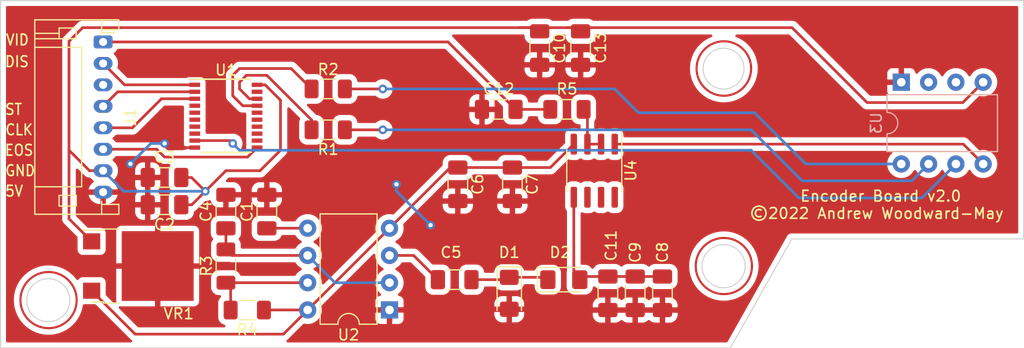
<source format=kicad_pcb>
(kicad_pcb (version 20211014) (generator pcbnew)
  (layers (0 "F.Cu" signal) (31 "B.Cu" signal) (34 "B.Paste" user) (35 "F.Paste" user) (36 "B.SilkS" user "B.Silkscreen") (37 "F.SilkS" user "F.Silkscreen") (38 "B.Mask" user) (39 "F.Mask" user) (44 "Edge.Cuts" user))
  (net 0 "")
  (net 1 "Net-(C1-Pad1)")
  (net 2 "GND")
  (net 3 "+5V")
  (net 4 "Net-(C4-Pad1)")
  (net 5 "Net-(C5-Pad1)")
  (net 6 "Net-(D1-Pad1)")
  (net 7 "+6V")
  (net 8 "-6V")
  (net 9 "MC_PIN_VIDEO")
  (net 11 "MC_PIN_Disable")
  (net 12 "MC_PIN_CLK")
  (net 13 "MC_PIN_ST")
  (net 14 "MC_PIN_EOS")
  (net 15 "Net-(R1-Pad1)")
  (net 16 "Net-(R2-Pad2)")
  (net 17 "Net-(R3-Pad1)")
  (net 18 "Net-(R5-Pad1)")
  (net 24 "Net-(U1-Pad9)")
  (net 33 "Net-(U3-Pad5)")
  (net 34 "Net-(U1-Pad17)")
  (net 35 "Net-(U1-Pad18)")
  (footprint "Capacitor_SMD:C_1206_3216Metric_Pad1.33x1.80mm_HandSolder" (layer "F.Cu") (at 36.068 35.0135 90)
    (fp_text reference "C4" (at 0 -1.85 90) (layer "F.SilkS"))
    (fp_text value "300nF")
    (fp_line (start -0.711252 0.91) (end 0.711252 0.91) (layer "F.SilkS") (width 0.12))
    (fp_line (start -0.711252 -0.91) (end 0.711252 -0.91) (layer "F.SilkS") (width 0.12))
    (pad "1" smd roundrect (at -1.5625 0 90) (size 1.325 1.8) (layers "F.Cu" "F.Paste" "F.Mask") (roundrect_rratio 0.1886792453) (net 4 "Net-(C4-Pad1)"))
    (pad "2" smd roundrect (at 1.5625 0 90) (size 1.325 1.8) (layers "F.Cu" "F.Paste" "F.Mask") (roundrect_rratio 0.1886792453) (net 2 "GND"))
  )
  (footprint "Capacitor_SMD:C_1206_3216Metric_Pad1.33x1.80mm_HandSolder" (layer "F.Cu") (at 61.468 25.4885 180)
    (fp_text reference "C12" (at 0 1.905) (layer "F.SilkS"))
    (fp_text value "22pF")
    (fp_line (start -0.711252 0.91) (end 0.711252 0.91) (layer "F.SilkS") (width 0.12))
    (fp_line (start -0.711252 -0.91) (end 0.711252 -0.91) (layer "F.SilkS") (width 0.12))
    (pad "1" smd roundrect (at -1.5625 0 180) (size 1.325 1.8) (layers "F.Cu" "F.Paste" "F.Mask") (roundrect_rratio 0.1886792453) (net 9 "MC_PIN_VIDEO"))
    (pad "2" smd roundrect (at 1.5625 0 180) (size 1.325 1.8) (layers "F.Cu" "F.Paste" "F.Mask") (roundrect_rratio 0.1886792453) (net 2 "GND"))
  )
  (footprint "Package_TO_SOT_SMD:ATPAK-2" (layer "F.Cu") (at 27.918 40.0935)
    (fp_text reference "VR1" (at 3.76 4.445) (layer "F.SilkS"))
    (fp_text value "TA58L06F")
    (fp_line (start -3.25 3.35) (end -4.35 3.35) (layer "F.SilkS") (width 0.12))
    (fp_line (start -1.75 3.45) (end -3.25 3.45) (layer "F.SilkS") (width 0.12))
    (fp_line (start -3.25 -3.45) (end -3.25 -3.35) (layer "F.SilkS") (width 0.12))
    (fp_line (start -3.25 -3.35) (end -5.15 -3.35) (layer "F.SilkS") (width 0.12))
    (fp_line (start -1.75 -3.45) (end -3.25 -3.45) (layer "F.SilkS") (width 0.12))
    (fp_line (start -3.25 3.45) (end -3.25 3.35) (layer "F.SilkS") (width 0.12))
    (pad "1" smd rect (at -4.35 -2.3) (size 1.6 1.5) (layers "F.Cu" "F.Paste" "F.Mask") (net 3 "+5V"))
    (pad "2" smd rect (at 1.8 0) (size 6.7 6.5) (layers "F.Cu" "F.Mask") (net 2 "GND"))
    (pad "3" smd rect (at -4.35 2.3) (size 1.6 1.5) (layers "F.Cu" "F.Paste" "F.Mask") (net 7 "+6V"))
  )
  (footprint "Resistor_SMD:R_1206_3216Metric_Pad1.30x1.75mm_HandSolder" (layer "F.Cu") (at 45.593 23.5835)
    (fp_text reference "R2" (at 0 -1.82) (layer "F.SilkS"))
    (fp_text value "82R")
    (fp_line (start -0.727064 0.91) (end 0.727064 0.91) (layer "F.SilkS") (width 0.12))
    (fp_line (start -0.727064 -0.91) (end 0.727064 -0.91) (layer "F.SilkS") (width 0.12))
    (pad "1" smd roundrect (at -1.55 0) (size 1.3 1.75) (layers "F.Cu" "F.Paste" "F.Mask") (roundrect_rratio 0.1923076923) (net 34 "Net-(U1-Pad17)"))
    (pad "2" smd roundrect (at 1.55 0) (size 1.3 1.75) (layers "F.Cu" "F.Paste" "F.Mask") (roundrect_rratio 0.1923076923) (net 16 "Net-(R2-Pad2)"))
  )
  (footprint "Capacitor_SMD:C_1206_3216Metric_Pad1.33x1.80mm_HandSolder" (layer "F.Cu") (at 57.658 32.4735 -90)
    (fp_text reference "C6" (at 0 -1.85 90) (layer "F.SilkS"))
    (fp_text value "0.1μF")
    (fp_line (start -0.711252 0.91) (end 0.711252 0.91) (layer "F.SilkS") (width 0.12))
    (fp_line (start -0.711252 -0.91) (end 0.711252 -0.91) (layer "F.SilkS") (width 0.12))
    (pad "1" smd roundrect (at -1.5625 0 270) (size 1.325 1.8) (layers "F.Cu" "F.Paste" "F.Mask") (roundrect_rratio 0.1886792453) (net 7 "+6V"))
    (pad "2" smd roundrect (at 1.5625 0 270) (size 1.325 1.8) (layers "F.Cu" "F.Paste" "F.Mask") (roundrect_rratio 0.1886792453) (net 2 "GND"))
  )
  (footprint "Capacitor_SMD:C_1206_3216Metric_Pad1.33x1.80mm_HandSolder" (layer "F.Cu") (at 65.278 19.7735 -90)
    (fp_text reference "C10" (at 0 -1.85 90) (layer "F.SilkS"))
    (fp_text value "22μF")
    (fp_line (start -0.711252 0.91) (end 0.711252 0.91) (layer "F.SilkS") (width 0.12))
    (fp_line (start -0.711252 -0.91) (end 0.711252 -0.91) (layer "F.SilkS") (width 0.12))
    (pad "1" smd roundrect (at -1.5625 0 270) (size 1.325 1.8) (layers "F.Cu" "F.Paste" "F.Mask") (roundrect_rratio 0.1886792453) (net 3 "+5V"))
    (pad "2" smd roundrect (at 1.5625 0 270) (size 1.325 1.8) (layers "F.Cu" "F.Paste" "F.Mask") (roundrect_rratio 0.1886792453) (net 2 "GND"))
  )
  (footprint "Resistor_SMD:R_1206_3216Metric_Pad1.30x1.75mm_HandSolder" (layer "F.Cu") (at 38.058 44.196 180)
    (fp_text reference "R4" (at 0 -1.82) (layer "F.SilkS"))
    (fp_text value "82R")
    (fp_line (start -0.727064 -0.91) (end 0.727064 -0.91) (layer "F.SilkS") (width 0.12))
    (fp_line (start -0.727064 0.91) (end 0.727064 0.91) (layer "F.SilkS") (width 0.12))
    (pad "1" smd roundrect (at -1.55 0 180) (size 1.3 1.75) (layers "F.Cu" "F.Paste" "F.Mask") (roundrect_rratio 0.1923076923) (net 7 "+6V"))
    (pad "2" smd roundrect (at 1.55 0 180) (size 1.3 1.75) (layers "F.Cu" "F.Paste" "F.Mask") (roundrect_rratio 0.1923076923) (net 17 "Net-(R3-Pad1)"))
  )
  (footprint "Resistor_SMD:R_1206_3216Metric_Pad1.30x1.75mm_HandSolder" (layer "F.Cu") (at 67.818 25.4885 180)
    (fp_text reference "R5" (at 0 1.905) (layer "F.SilkS"))
    (fp_text value "51R")
    (fp_line (start -0.727064 0.91) (end 0.727064 0.91) (layer "F.SilkS") (width 0.12))
    (fp_line (start -0.727064 -0.91) (end 0.727064 -0.91) (layer "F.SilkS") (width 0.12))
    (pad "1" smd roundrect (at -1.55 0 180) (size 1.3 1.75) (layers "F.Cu" "F.Paste" "F.Mask") (roundrect_rratio 0.1923076923) (net 18 "Net-(R5-Pad1)"))
    (pad "2" smd roundrect (at 1.55 0 180) (size 1.3 1.75) (layers "F.Cu" "F.Paste" "F.Mask") (roundrect_rratio 0.1923076923) (net 9 "MC_PIN_VIDEO"))
  )
  (footprint "Diode_SMD:D_1206_3216Metric_Pad1.42x1.75mm_HandSolder" (layer "F.Cu") (at 62.4455 42.6335 -90)
    (fp_text reference "D1" (at -3.81 0) (layer "F.SilkS"))
    (fp_text value "DIODE")
    (fp_line (start 1.6 -1.135) (end -2.46 -1.135) (layer "F.SilkS") (width 0.12))
    (fp_line (start -2.46 -1.135) (end -2.46 1.135) (layer "F.SilkS") (width 0.12))
    (fp_line (start -2.46 1.135) (end 1.6 1.135) (layer "F.SilkS") (width 0.12))
    (pad "1" smd roundrect (at -1.4875 0 270) (size 1.425 1.75) (layers "F.Cu" "F.Paste" "F.Mask") (roundrect_rratio 0.1754392982) (net 6 "Net-(D1-Pad1)"))
    (pad "2" smd roundrect (at 1.4875 0 270) (size 1.425 1.75) (layers "F.Cu" "F.Paste" "F.Mask") (roundrect_rratio 0.1754392982) (net 2 "GND"))
  )
  (footprint "Capacitor_SMD:C_1206_3216Metric_Pad1.33x1.80mm_HandSolder" (layer "F.Cu") (at 69.088 19.7735 -90)
    (fp_text reference "C13" (at 0 -1.85 90) (layer "F.SilkS"))
    (fp_text value "0.1μF")
    (fp_line (start -0.711252 0.91) (end 0.711252 0.91) (layer "F.SilkS") (width 0.12))
    (fp_line (start -0.711252 -0.91) (end 0.711252 -0.91) (layer "F.SilkS") (width 0.12))
    (pad "1" smd roundrect (at -1.5625 0 270) (size 1.325 1.8) (layers "F.Cu" "F.Paste" "F.Mask") (roundrect_rratio 0.1886792453) (net 3 "+5V"))
    (pad "2" smd roundrect (at 1.5625 0 270) (size 1.325 1.8) (layers "F.Cu" "F.Paste" "F.Mask") (roundrect_rratio 0.1886792453) (net 2 "GND"))
  )
  (footprint "Connector_JST:JST_PH_S8B-PH-K_1x08_P2.00mm_Horizontal" (layer "F.Cu") (at 24.638 19.2035 -90)
    (fp_text reference "J1" (at 7 -2.55 90) (layer "F.SilkS"))
    (fp_text value "MainConnector")
    (fp_line (start 14.3 2.5) (end 15.3 2.5) (layer "F.SilkS") (width 0.12))
    (fp_line (start 15.3 4.1) (end 14.3 4.1) (layer "F.SilkS") (width 0.12))
    (fp_line (start 15.3 2.5) (end 15.3 4.1) (layer "F.SilkS") (width 0.12))
    (fp_line (start -0.86 0.14) (end -0.86 -1.075) (layer "F.SilkS") (width 0.12))
    (fp_line (start 15.14 -1.46) (end 15.14 0.14) (layer "F.SilkS") (width 0.12))
    (fp_line (start -0.3 4.1) (end -0.3 6.36) (layer "F.SilkS") (width 0.12))
    (fp_line (start -2.06 6.36) (end 16.06 6.36) (layer "F.SilkS") (width 0.12))
    (fp_line (start -1.3 2.5) (end -1.3 4.1) (layer "F.SilkS") (width 0.12))
    (fp_line (start 0.5 6.36) (end 0.5 2) (layer "F.SilkS") (width 0.12))
    (fp_line (start 14.3 4.1) (end 14.3 2.5) (layer "F.SilkS") (width 0.12))
    (fp_line (start 16.06 6.36) (end 16.06 -1.46) (layer "F.SilkS") (width 0.12))
    (fp_line (start 16.06 0.14) (end 15.14 0.14) (layer "F.SilkS") (width 0.12))
    (fp_line (start 15.14 0.14) (end 14.86 0.14) (layer "F.SilkS") (width 0.12))
    (fp_line (start -0.86 0.14) (end -1.14 0.14) (layer "F.SilkS") (width 0.12))
    (fp_line (start -0.8 4.1) (end -0.8 6.36) (layer "F.SilkS") (width 0.12))
    (fp_line (start -1.14 -1.46) (end -2.06 -1.46) (layer "F.SilkS") (width 0.12))
    (fp_line (start -1.3 4.1) (end -0.3 4.1) (layer "F.SilkS") (width 0.12))
    (fp_line (start -1.14 0.14) (end -1.14 -1.46) (layer "F.SilkS") (width 0.12))
    (fp_line (start 13.5 2) (end 13.5 6.36) (layer "F.SilkS") (width 0.12))
    (fp_line (start -0.3 2.5) (end -1.3 2.5) (layer "F.SilkS") (width 0.12))
    (fp_line (start 16.06 -1.46) (end 15.14 -1.46) (layer "F.SilkS") (width 0.12))
    (fp_line (start -2.06 0.14) (end -1.14 0.14) (layer "F.SilkS") (width 0.12))
    (fp_line (start -2.06 -1.46) (end -2.06 6.36) (layer "F.SilkS") (width 0.12))
    (fp_line (start -0.3 4.1) (end -0.3 2.5) (layer "F.SilkS") (width 0.12))
    (fp_line (start 0.5 2) (end 13.5 2) (layer "F.SilkS") (width 0.12))
    (pad "1" thru_hole roundrect (at 0 0 270) (size 1.2 1.75) (drill 0.75) (layers *.Cu *.Mask) (roundrect_rratio 0.2083333333) (net 9 "MC_PIN_VIDEO"))
    (pad "2" thru_hole oval (at 2 0 270) (size 1.2 1.75) (drill 0.75) (layers *.Cu *.Mask) (net 11 "MC_PIN_Disable"))
    (pad "3" thru_hole oval (at 4 0 270) (size 1.2 1.75) (drill 0.75) (layers *.Cu *.Mask))
    (pad "4" thru_hole oval (at 6 0 270) (size 1.2 1.75) (drill 0.75) (layers *.Cu *.Mask) (net 13 "MC_PIN_ST"))
    (pad "5" thru_hole oval (at 8 0 270) (size 1.2 1.75) (drill 0.75) (layers *.Cu *.Mask) (net 12 "MC_PIN_CLK"))
    (pad "6" thru_hole oval (at 10 0 270) (size 1.2 1.75) (drill 0.75) (layers *.Cu *.Mask) (net 14 "MC_PIN_EOS"))
    (pad "7" thru_hole oval (at 12 0 270) (size 1.2 1.75) (drill 0.75) (layers *.Cu *.Mask) (net 3 "+5V"))
    (pad "8" thru_hole oval (at 14 0 270) (size 1.2 1.75) (drill 0.75) (layers *.Cu *.Mask) (net 2 "GND"))
  )
  (footprint "Capacitor_SMD:C_1206_3216Metric_Pad1.33x1.80mm_HandSolder" (layer "F.Cu") (at 74.168 42.6335 -90)
    (fp_text reference "C9" (at -3.81 0 90) (layer "F.SilkS"))
    (fp_text value "0.1μF")
    (fp_line (start -0.711252 -0.91) (end 0.711252 -0.91) (layer "F.SilkS") (width 0.12))
    (fp_line (start -0.711252 0.91) (end 0.711252 0.91) (layer "F.SilkS") (width 0.12))
    (pad "1" smd roundrect (at -1.5625 0 270) (size 1.325 1.8) (layers "F.Cu" "F.Paste" "F.Mask") (roundrect_rratio 0.1886792453) (net 8 "-6V"))
    (pad "2" smd roundrect (at 1.5625 0 270) (size 1.325 1.8) (layers "F.Cu" "F.Paste" "F.Mask") (roundrect_rratio 0.1886792453) (net 2 "GND"))
  )
  (footprint "Capacitor_SMD:C_1206_3216Metric_Pad1.33x1.80mm_HandSolder" (layer "F.Cu") (at 62.738 32.4735 -90)
    (fp_text reference "C7" (at 0 -1.85 90) (layer "F.SilkS"))
    (fp_text value "22μF")
    (fp_line (start -0.711252 -0.91) (end 0.711252 -0.91) (layer "F.SilkS") (width 0.12))
    (fp_line (start -0.711252 0.91) (end 0.711252 0.91) (layer "F.SilkS") (width 0.12))
    (pad "1" smd roundrect (at -1.5625 0 270) (size 1.325 1.8) (layers "F.Cu" "F.Paste" "F.Mask") (roundrect_rratio 0.1886792453) (net 7 "+6V"))
    (pad "2" smd roundrect (at 1.5625 0 270) (size 1.325 1.8) (layers "F.Cu" "F.Paste" "F.Mask") (roundrect_rratio 0.1886792453) (net 2 "GND"))
  )
  (footprint "Resistor_SMD:R_1206_3216Metric_Pad1.30x1.75mm_HandSolder" (layer "F.Cu") (at 45.593 27.3935 180)
    (fp_text reference "R1" (at 0 -1.82) (layer "F.SilkS"))
    (fp_text value "82R")
    (fp_line (start -0.727064 0.91) (end 0.727064 0.91) (layer "F.SilkS") (width 0.12))
    (fp_line (start -0.727064 -0.91) (end 0.727064 -0.91) (layer "F.SilkS") (width 0.12))
    (pad "1" smd roundrect (at -1.55 0 180) (size 1.3 1.75) (layers "F.Cu" "F.Paste" "F.Mask") (roundrect_rratio 0.1923076923) (net 15 "Net-(R1-Pad1)"))
    (pad "2" smd roundrect (at 1.55 0 180) (size 1.3 1.75) (layers "F.Cu" "F.Paste" "F.Mask") (roundrect_rratio 0.1923076923) (net 35 "Net-(U1-Pad18)"))
  )
  (footprint "Resistor_SMD:R_1206_3216Metric_Pad1.30x1.75mm_HandSolder" (layer "F.Cu") (at 36.068 40.0935 90)
    (fp_text reference "R3" (at 0 -1.82 90) (layer "F.SilkS"))
    (fp_text value "82R")
    (fp_line (start -0.727064 -0.91) (end 0.727064 -0.91) (layer "F.SilkS") (width 0.12))
    (fp_line (start -0.727064 0.91) (end 0.727064 0.91) (layer "F.SilkS") (width 0.12))
    (pad "1" smd roundrect (at -1.55 0 90) (size 1.3 1.75) (layers "F.Cu" "F.Paste" "F.Mask") (roundrect_rratio 0.1923076923) (net 17 "Net-(R3-Pad1)"))
    (pad "2" smd roundrect (at 1.55 0 90) (size 1.3 1.75) (layers "F.Cu" "F.Paste" "F.Mask") (roundrect_rratio 0.1923076923) (net 4 "Net-(C4-Pad1)"))
  )
  (footprint "Capacitor_SMD:C_1206_3216Metric_Pad1.33x1.80mm_HandSolder" (layer "F.Cu") (at 71.628 42.6335 90)
    (fp_text reference "C11" (at 4.445 0.2925 90) (layer "F.SilkS"))
    (fp_text value "100μF")
    (fp_line (start -0.711252 0.91) (end 0.711252 0.91) (layer "F.SilkS") (width 0.12))
    (fp_line (start -0.711252 -0.91) (end 0.711252 -0.91) (layer "F.SilkS") (width 0.12))
    (pad "1" smd roundrect (at -1.5625 0 90) (size 1.325 1.8) (layers "F.Cu" "F.Paste" "F.Mask") (roundrect_rratio 0.1886792453) (net 2 "GND"))
    (pad "2" smd roundrect (at 1.5625 0 90) (size 1.325 1.8) (layers "F.Cu" "F.Paste" "F.Mask") (roundrect_rratio 0.1886792453) (net 8 "-6V"))
  )
  (footprint "Capacitor_SMD:C_1206_3216Metric_Pad1.33x1.80mm_HandSolder" (layer "F.Cu") (at 39.878 35.0135 90)
    (fp_text reference "C1" (at 0 -1.85 90) (layer "F.SilkS"))
    (fp_text value "0.1μF")
    (fp_line (start -0.711252 -0.91) (end 0.711252 -0.91) (layer "F.SilkS") (width 0.12))
    (fp_line (start -0.711252 0.91) (end 0.711252 0.91) (layer "F.SilkS") (width 0.12))
    (pad "1" smd roundrect (at -1.5625 0 90) (size 1.325 1.8) (layers "F.Cu" "F.Paste" "F.Mask") (roundrect_rratio 0.1886792453) (net 1 "Net-(C1-Pad1)"))
    (pad "2" smd roundrect (at 1.5625 0 90) (size 1.325 1.8) (layers "F.Cu" "F.Paste" "F.Mask") (roundrect_rratio 0.1886792453) (net 2 "GND"))
  )
  (footprint "Diode_SMD:D_1206_3216Metric_Pad1.42x1.75mm_HandSolder" (layer "F.Cu") (at 67.5255 41.3635)
    (fp_text reference "D2" (at -0.3425 -2.54) (layer "F.SilkS"))
    (fp_text value "DIODE")
    (fp_line (start -2.46 1.135) (end 1.6 1.135) (layer "F.SilkS") (width 0.12))
    (fp_line (start -2.46 -1.135) (end -2.46 1.135) (layer "F.SilkS") (width 0.12))
    (fp_line (start 1.6 -1.135) (end -2.46 -1.135) (layer "F.SilkS") (width 0.12))
    (pad "1" smd roundrect (at -1.4875 0) (size 1.425 1.75) (layers "F.Cu" "F.Paste" "F.Mask") (roundrect_rratio 0.1754392982) (net 6 "Net-(D1-Pad1)"))
    (pad "2" smd roundrect (at 1.4875 0) (size 1.425 1.75) (layers "F.Cu" "F.Paste" "F.Mask") (roundrect_rratio 0.1754392982) (net 8 "-6V"))
  )
  (footprint "Capacitor_SMD:C_1206_3216Metric_Pad1.33x1.80mm_HandSolder" (layer "F.Cu") (at 30.353 31.8385 180)
    (fp_text reference "C3" (at 0 1.905) (layer "F.SilkS"))
    (fp_text value "0.1μF")
    (fp_line (start -0.711252 -0.91) (end 0.711252 -0.91) (layer "F.SilkS") (width 0.12))
    (fp_line (start -0.711252 0.91) (end 0.711252 0.91) (layer "F.SilkS") (width 0.12))
    (pad "1" smd roundrect (at -1.5625 0 180) (size 1.325 1.8) (layers "F.Cu" "F.Paste" "F.Mask") (roundrect_rratio 0.1886792453) (net 3 "+5V"))
    (pad "2" smd roundrect (at 1.5625 0 180) (size 1.325 1.8) (layers "F.Cu" "F.Paste" "F.Mask") (roundrect_rratio 0.1886792453) (net 2 "GND"))
  )
  (footprint "Package_DIP:DIP-8_W7.62mm" (layer "F.Cu") (at 51.298 44.186 180)
    (fp_text reference "U2" (at 3.81 -2.33) (layer "F.SilkS"))
    (fp_text value "NE555P")
    (fp_line (start 2.81 -1.33) (end 1.16 -1.33) (layer "F.SilkS") (width 0.12))
    (fp_line (start 1.16 -1.33) (end 1.16 8.95) (layer "F.SilkS") (width 0.12))
    (fp_line (start 6.46 -1.33) (end 4.81 -1.33) (layer "F.SilkS") (width 0.12))
    (fp_line (start 6.46 8.95) (end 6.46 -1.33) (layer "F.SilkS") (width 0.12))
    (fp_line (start 1.16 8.95) (end 6.46 8.95) (layer "F.SilkS") (width 0.12))
    (fp_arc (start 4.81 -1.33) (mid 3.81 -0.33) (end 2.81 -1.33) (layer "F.SilkS") (width 0.12))
    (pad "1" thru_hole rect (at 0 0 180) (size 1.6 1.6) (drill 0.8) (layers *.Cu *.Mask) (net 2 "GND"))
    (pad "2" thru_hole oval (at 0 2.54 180) (size 1.6 1.6) (drill 0.8) (layers *.Cu *.Mask) (net 4 "Net-(C4-Pad1)"))
    (pad "3" thru_hole oval (at 0 5.08 180) (size 1.6 1.6) (drill 0.8) (layers *.Cu *.Mask) (net 5 "Net-(C5-Pad1)"))
    (pad "4" thru_hole oval (at 0 7.62 180) (size 1.6 1.6) (drill 0.8) (layers *.Cu *.Mask) (net 7 "+6V"))
    (pad "5" thru_hole oval (at 7.62 7.62 180) (size 1.6 1.6) (drill 0.8) (layers *.Cu *.Mask) (net 1 "Net-(C1-Pad1)"))
    (pad "6" thru_hole oval (at 7.62 5.08 180) (size 1.6 1.6) (drill 0.8) (layers *.Cu *.Mask) (net 4 "Net-(C4-Pad1)"))
    (pad "7" thru_hole oval (at 7.62 2.54 180) (size 1.6 1.6) (drill 0.8) (layers *.Cu *.Mask) (net 17 "Net-(R3-Pad1)"))
    (pad "8" thru_hole oval (at 7.62 0 180) (size 1.6 1.6) (drill 0.8) (layers *.Cu *.Mask) (net 7 "+6V"))
  )
  (footprint "Package_SO:SSOP-20_4.4x6.5mm_P0.65mm" (layer "F.Cu") (at 36.068 26.1235)
    (fp_text reference "U1" (at 0 -4.3) (layer "F.SilkS"))
    (fp_text value "74HC541")
    (fp_line (start -2.325 3.375) (end -2.325 3.35) (layer "F.SilkS") (width 0.15))
    (fp_line (start -3.4 -3.45) (end 2.325 -3.45) (layer "F.SilkS") (width 0.15))
    (fp_line (start 2.325 -3.45) (end 2.325 -3.35) (layer "F.SilkS") (width 0.15))
    (fp_line (start 2.325 3.375) (end 2.325 3.35) (layer "F.SilkS") (width 0.15))
    (fp_line (start -2.325 3.375) (end 2.325 3.375) (layer "F.SilkS") (width 0.15))
    (pad "1" smd rect (at -2.9 -2.925) (size 1 0.4) (layers "F.Cu" "F.Paste" "F.Mask") (net 11 "MC_PIN_Disable"))
    (pad "2" smd rect (at -2.9 -2.275) (size 1 0.4) (layers "F.Cu" "F.Paste" "F.Mask") (net 13 "MC_PIN_ST"))
    (pad "3" smd rect (at -2.9 -1.625) (size 1 0.4) (layers "F.Cu" "F.Paste" "F.Mask") (net 12 "MC_PIN_CLK"))
    (pad "4" smd rect (at -2.9 -0.975) (size 1 0.4) (layers "F.Cu" "F.Paste" "F.Mask"))
    (pad "5" smd rect (at -2.9 -0.325) (size 1 0.4) (layers "F.Cu" "F.Paste" "F.Mask"))
    (pad "6" smd rect (at -2.9 0.325) (size 1 0.4) (layers "F.Cu" "F.Paste" "F.Mask"))
    (pad "7" smd rect (at -2.9 0.975) (size 1 0.4) (layers "F.Cu" "F.Paste" "F.Mask"))
    (pad "8" smd rect (at -2.9 1.625) (size 1 0.4) (layers "F.Cu" "F.Paste" "F.Mask"))
    (pad "9" smd rect (at -2.9 2.275) (size 1 0.4) (layers "F.Cu" "F.Paste" "F.Mask") (net 24 "Net-(U1-Pad9)"))
    (pad "10" smd rect (at -2.9 2.925) (size 1 0.4) (layers "F.Cu" "F.Paste" "F.Mask") (net 2 "GND"))
    (pad "11" smd rect (at 2.9 2.925) (size 1 0.4) (layers "F.Cu" "F.Paste" "F.Mask") (net 14 "MC_PIN_EOS"))
    (pad "12" smd rect (at 2.9 2.275) (size 1 0.4) (layers "F.Cu" "F.Paste" "F.Mask"))
    (pad "13" smd rect (at 2.9 1.625) (size 1 0.4) (layers "F.Cu" "F.Paste" "F.Mask"))
    (pad "14" smd rect (at 2.9 0.975) (size 1 0.4) (layers "F.Cu" "F.Paste" "F.Mask"))
    (pad "15" smd rect (at 2.9 0.325) (size 1 0.4) (layers "F.Cu" "F.Paste" "F.Mask"))
    (pad "16" smd rect (at 2.9 -0.325) (size 1 0.4) (layers "F.Cu" "F.Paste" "F.Mask"))
    (pad "17" smd rect (at 2.9 -0.975) (size 1 0.4) (layers "F.Cu" "F.Paste" "F.Mask") (net 34 "Net-(U1-Pad17)"))
    (pad "18" smd rect (at 2.9 -1.625) (size 1 0.4) (layers "F.Cu" "F.Paste" "F.Mask") (net 35 "Net-(U1-Pad18)"))
    (pad "19" smd rect (at 2.9 -2.275) (size 1 0.4) (layers "F.Cu" "F.Paste" "F.Mask"))
    (pad "20" smd rect (at 2.9 -2.925) (size 1 0.4) (layers "F.Cu" "F.Paste" "F.Mask") (net 3 "+5V"))
  )
  (footprint "Capacitor_SMD:C_1206_3216Metric_Pad1.33x1.80mm_HandSolder" (layer "F.Cu") (at 57.3655 41.3635)
    (fp_text reference "C5" (at -0.3425 -2.54) (layer "F.SilkS"))
    (fp_text value "10μF")
    (fp_line (start -0.711252 -0.91) (end 0.711252 -0.91) (layer "F.SilkS") (width 0.12))
    (fp_line (start -0.711252 0.91) (end 0.711252 0.91) (layer "F.SilkS") (width 0.12))
    (pad "1" smd roundrect (at -1.5625 0) (size 1.325 1.8) (layers "F.Cu" "F.Paste" "F.Mask") (roundrect_rratio 0.1886792453) (net 5 "Net-(C5-Pad1)"))
    (pad "2" smd roundrect (at 1.5625 0) (size 1.325 1.8) (layers "F.Cu" "F.Paste" "F.Mask") (roundrect_rratio 0.1886792453) (net 6 "Net-(D1-Pad1)"))
  )
  (footprint "Capacitor_SMD:C_1206_3216Metric_Pad1.33x1.80mm_HandSolder" (layer "F.Cu") (at 30.353 34.3785 180)
    (fp_text reference "C2" (at 0 -1.85) (layer "F.SilkS"))
    (fp_text value "22μF")
    (fp_line (start -0.711252 0.91) (end 0.711252 0.91) (layer "F.SilkS") (width 0.12))
    (fp_line (start -0.711252 -0.91) (end 0.711252 -0.91) (layer "F.SilkS") (width 0.12))
    (pad "1" smd roundrect (at -1.5625 0 180) (size 1.325 1.8) (layers "F.Cu" "F.Paste" "F.Mask") (roundrect_rratio 0.1886792453) (net 3 "+5V"))
    (pad "2" smd roundrect (at 1.5625 0 180) (size 1.325 1.8) (layers "F.Cu" "F.Paste" "F.Mask") (roundrect_rratio 0.1886792453) (net 2 "GND"))
  )
  (footprint "Package_SO:SOIC-8_3.9x4.9mm_P1.27mm" (layer "F.Cu") (at 70.358 31.2035 -90)
    (fp_text reference "U4" (at 0 -3.4 -90) (layer "F.SilkS"))
    (fp_text value "Buffer")
    (fp_line (start 0 -2.56) (end -3.45 -2.56) (layer "F.SilkS") (width 0.12))
    (fp_line (start 0 -2.56) (end 1.95 -2.56) (layer "F.SilkS") (width 0.12))
    (fp_line (start 0 2.56) (end -1.95 2.56) (layer "F.SilkS") (width 0.12))
    (fp_line (start 0 2.56) (end 1.95 2.56) (layer "F.SilkS") (width 0.12))
    (pad "1" smd roundrect (at -2.475 -1.905 270) (size 1.95 0.6) (layers "F.Cu" "F.Paste" "F.Mask") (net 33 "Net-(U3-Pad5)"))
    (pad "2" smd roundrect (at -2.475 -0.635 270) (size 1.95 0.6) (layers "F.Cu" "F.Paste" "F.Mask") (net 18 "Net-(R5-Pad1)"))
    (pad "3" smd roundrect (at -2.475 0.635 270) (size 1.95 0.6) (layers "F.Cu" "F.Paste" "F.Mask") (net 18 "Net-(R5-Pad1)"))
    (pad "4" smd roundrect (at -2.475 1.905 270) (size 1.95 0.6) (layers "F.Cu" "F.Paste" "F.Mask") (net 7 "+6V"))
    (pad "5" smd roundrect (at 2.475 1.905 270) (size 1.95 0.6) (layers "F.Cu" "F.Paste" "F.Mask") (net 8 "-6V"))
    (pad "6" smd roundrect (at 2.475 0.635 270) (size 1.95 0.6) (layers "F.Cu" "F.Paste" "F.Mask"))
    (pad "7" smd roundrect (at 2.475 -0.635 270) (size 1.95 0.6) (layers "F.Cu" "F.Paste" "F.Mask"))
    (pad "8" smd roundrect (at 2.475 -1.905 270) (size 1.95 0.6) (layers "F.Cu" "F.Paste" "F.Mask"))
  )
  (footprint "Capacitor_SMD:C_1206_3216Metric_Pad1.33x1.80mm_HandSolder" (layer "F.Cu") (at 76.708 42.6335 -90)
    (fp_text reference "C8" (at -3.81 0 90) (layer "F.SilkS"))
    (fp_text value "22μF")
    (fp_line (start -0.711252 -0.91) (end 0.711252 -0.91) (layer "F.SilkS") (width 0.12))
    (fp_line (start -0.711252 0.91) (end 0.711252 0.91) (layer "F.SilkS") (width 0.12))
    (pad "1" smd roundrect (at -1.5625 0 270) (size 1.325 1.8) (layers "F.Cu" "F.Paste" "F.Mask") (roundrect_rratio 0.1886792453) (net 8 "-6V"))
    (pad "2" smd roundrect (at 1.5625 0 270) (size 1.325 1.8) (layers "F.Cu" "F.Paste" "F.Mask") (roundrect_rratio 0.1886792453) (net 2 "GND"))
  )
  (footprint "Package_DIP:DIP-8_W7.62mm" (layer "B.Cu") (at 98.943 22.9585 -90)
    (fp_text reference "U3" (at 3.81 2.33 90) (layer "B.SilkS") (effects (justify mirror)))
    (fp_text value "S9227-03")
    (fp_line (start 2.81 1.33) (end 1.16 1.33) (layer "B.SilkS") (width 0.12))
    (fp_line (start 1.16 -8.95) (end 6.46 -8.95) (layer "B.SilkS") (width 0.12))
    (fp_line (start 6.46 -8.95) (end 6.46 1.33) (layer "B.SilkS") (width 0.12))
    (fp_line (start 1.16 1.33) (end 1.16 -8.95) (layer "B.SilkS") (width 0.12))
    (fp_line (start 6.46 1.33) (end 4.81 1.33) (layer "B.SilkS") (width 0.12))
    (fp_arc (start 2.81 1.33) (mid 3.81 0.33) (end 4.81 1.33) (layer "B.SilkS") (width 0.12))
    (pad "1" thru_hole rect (at 0 0 270) (size 1.6 1.6) (drill 0.8) (layers *.Cu *.Mask) (net 2 "GND"))
    (pad "2" thru_hole oval (at 0 -2.54 270) (size 1.6 1.6) (drill 0.8) (layers *.Cu *.Mask))
    (pad "3" thru_hole oval (at 0 -5.08 270) (size 1.6 1.6) (drill 0.8) (layers *.Cu *.Mask))
    (pad "4" thru_hole oval (at 0 -7.62 270) (size 1.6 1.6) (drill 0.8) (layers *.Cu *.Mask) (net 3 "+5V"))
    (pad "5" thru_hole oval (at 7.62 -7.62 270) (size 1.6 1.6) (drill 0.8) (layers *.Cu *.Mask) (net 33 "Net-(U3-Pad5)"))
    (pad "6" thru_hole oval (at 7.62 -5.08 270) (size 1.6 1.6) (drill 0.8) (layers *.Cu *.Mask) (net 24 "Net-(U1-Pad9)"))
    (pad "7" thru_hole oval (at 7.62 -2.54 270) (size 1.6 1.6) (drill 0.8) (layers *.Cu *.Mask) (net 15 "Net-(R1-Pad1)"))
    (pad "8" thru_hole oval (at 7.62 0 270) (size 1.6 1.6) (drill 0.8) (layers *.Cu *.Mask) (net 16 "Net-(R2-Pad2)"))
  )
  (gr_circle (center 19.558 43.2685) (end 18.923 40.7285) (layer "F.Cu") (width 0.2) (fill none))
  (gr_circle (center 82.423 21.6785) (end 82.423 19.1385) (layer "F.Cu") (width 0.2) (fill none))
  (gr_circle (center 82.423 40.0935) (end 83.058 37.5535) (layer "F.Cu") (width 0.2) (fill none))
  (gr_poly (pts (xy 110.3376 37.5666) (xy 88.7476 37.5666) (xy 83.0326 47.7266) (xy 15.0876 47.7266) (xy 15.0876 15.3416) (xy 110.3376 15.3416)) (layer "Edge.Cuts") (width 0.1) (fill none))
  (gr_circle (center 19.5326 43.2816) (end 21.4376 43.9166) (layer "Edge.Cuts") (width 0.1) (fill none))
  (gr_circle (center 82.3976 21.6916) (end 84.3026 21.6916) (layer "Edge.Cuts") (width 0.1) (fill none))
  (gr_circle (center 82.3976 40.1066) (end 81.7626 38.2016) (layer "Edge.Cuts") (width 0.1) (fill none))
  (gr_text "EOS" (at 16.8148 29.2985) (layer "F.SilkS") (effects (font (size 1 0.9))))
  (gr_text "CLK" (at 16.8148 27.3935) (layer "F.SilkS") (effects (font (size 1 0.9))))
  (gr_text "GND" (at 16.9164 31.2035) (layer "F.SilkS") (effects (font (size 1 0.9))))
  (gr_text "5V" (at 16.3576 33.1085) (layer "F.SilkS") (effects (font (size 1 0.9))))
  (gr_text "VID" (at 16.6624 19.0115) (layer "F.SilkS") (effects (font (size 1 0.9))))
  (gr_text "ST" (at 16.3068 25.4885) (layer "F.SilkS") (effects (font (size 1 0.9))))
  (gr_text "Encoder Board v2.0\n©2022 Andrew Woodward-May " (at 97.028 34.3785) (layer "F.SilkS") (effects (font (size 1 1))))
  (gr_text "DIS" (at 16.6116 21.0435) (layer "F.SilkS") (effects (font (size 1 0.9))))
  (segment (start 40.1805 36.566) (end 39.878 36.8685) (width 0.25) (layer "F.Cu") (net 1))
  (segment (start 43.678 36.566) (end 40.1805 36.566) (width 0.25) (layer "F.Cu") (net 1))
  (segment (start 30.738 29.0485) (end 33.168 29.0485) (width 0.25) (layer "F.Cu") (net 2))
  (segment (start 30.353 28.6635) (end 30.738 29.0485) (width 0.25) (layer "F.Cu") (net 2))
  (segment (start 57.658 34.036) (end 62.738 34.036) (width 0.25) (layer "F.Cu") (net 2))
  (via (at 51.943 32.4735) (size 0.8) (drill 0.4) (layers "F.Cu" "B.Cu") (net 2))
  (via (at 55.118 36.2835) (size 0.8) (drill 0.4) (layers "F.Cu" "B.Cu") (net 2))
  (via (at 27.178 30.5685) (size 0.8) (drill 0.4) (layers "F.Cu" "B.Cu") (net 2))
  (via (at 30.353 28.6635) (size 0.8) (drill 0.4) (layers "F.Cu" "B.Cu") (net 2))
  (segment (start 55.118 36.2835) (end 51.943 33.1085) (width 0.25) (layer "B.Cu") (net 2))
  (segment (start 51.943 33.1085) (end 51.943 32.4735) (width 0.25) (layer "B.Cu") (net 2))
  (segment (start 29.083 28.6635) (end 30.353 28.6635) (width 0.25) (layer "B.Cu") (net 2))
  (segment (start 27.178 30.5685) (end 29.083 28.6635) (width 0.25) (layer "B.Cu") (net 2))
  (segment (start 32.863 31.8385) (end 31.9155 31.8385) (width 0.25) (layer "F.Cu") (net 3))
  (segment (start 34.148 33.1235) (end 32.863 31.8385) (width 0.25) (layer "F.Cu") (net 3))
  (segment (start 22.733 17.8685) (end 21.463 19.1385) (width 0.25) (layer "F.Cu") (net 3))
  (segment (start 23.368 31.2035) (end 24.638 31.2035) (width 0.25) (layer "F.Cu") (net 3))
  (segment (start 68.7455 17.8685) (end 69.088 18.211) (width 0.25) (layer "F.Cu") (net 3))
  (segment (start 21.463 29.2985) (end 23.368 31.2035) (width 0.25) (layer "F.Cu") (net 3))
  (segment (start 32.893 34.3785) (end 31.9155 34.3785) (width 0.25) (layer "F.Cu") (net 3))
  (segment (start 21.463 19.1385) (end 21.463 29.2985) (width 0.25) (layer "F.Cu") (net 3))
  (segment (start 39.718 23.1985) (end 38.968 23.1985) (width 0.25) (layer "F.Cu") (net 3))
  (segment (start 22.733 17.8685) (end 63.373 17.8685) (width 0.25) (layer "F.Cu") (net 3))
  (segment (start 63.373 17.8685) (end 67.818 17.8685) (width 0.25) (layer "F.Cu") (net 3))
  (segment (start 64.9355 17.8685) (end 65.278 18.211) (width 0.25) (layer "F.Cu") (net 3))
  (segment (start 34.148 33.1235) (end 32.893 34.3785) (width 0.25) (layer "F.Cu") (net 3))
  (segment (start 36.068 31.2035) (end 39.243 31.2035) (width 0.25) (layer "F.Cu") (net 3))
  (segment (start 34.148 33.1235) (end 36.068 31.2035) (width 0.25) (layer "F.Cu") (net 3))
  (segment (start 104.668 24.8535) (end 106.563 22.9585) (width 0.25) (layer "F.Cu") (net 3))
  (segment (start 21.463 35.6885) (end 21.463 29.2985) (width 0.25) (layer "F.Cu") (net 3))
  (segment (start 41.148 29.2985) (end 41.148 24.6285) (width 0.25) (layer "F.Cu") (net 3))
  (segment (start 39.243 31.2035) (end 41.148 29.2985) (width 0.25) (layer "F.Cu") (net 3))
  (segment (start 95.758 24.8535) (end 104.668 24.8535) (width 0.25) (layer "F.Cu") (net 3))
  (segment (start 63.373 17.8685) (end 64.9355 17.8685) (width 0.25) (layer "F.Cu") (net 3))
  (segment (start 67.818 17.8685) (end 68.7455 17.8685) (width 0.25) (layer "F.Cu") (net 3))
  (segment (start 88.773 17.8685) (end 67.818 17.8685) (width 0.25) (layer "F.Cu") (net 3))
  (segment (start 88.773 17.8685) (end 95.758 24.8535) (width 0.25) (layer "F.Cu") (net 3))
  (segment (start 23.568 37.7935) (end 21.463 35.6885) (width 0.25) (layer "F.Cu") (net 3))
  (segment (start 41.148 24.6285) (end 39.718 23.1985) (width 0.25) (layer "F.Cu") (net 3))
  (via (at 34.148 33.1235) (size 0.8) (drill 0.4) (layers "F.Cu" "B.Cu") (net 3))
  (segment (start 26.558 33.1235) (end 34.148 33.1235) (width 0.25) (layer "B.Cu") (net 3))
  (segment (start 24.638 31.2035) (end 26.558 33.1235) (width 0.25) (layer "B.Cu") (net 3))
  (segment (start 36.6305 39.106) (end 36.068 38.5435) (width 0.25) (layer "F.Cu") (net 4))
  (segment (start 43.678 39.106) (end 36.6305 39.106) (width 0.25) (layer "F.Cu") (net 4))
  (segment (start 36.068 38.5435) (end 36.068 36.576) (width 0.25) (layer "F.Cu") (net 4))
  (segment (start 46.218 41.646) (end 43.678 39.106) (width 0.25) (layer "B.Cu") (net 4))
  (segment (start 51.298 41.646) (end 46.218 41.646) (width 0.25) (layer "B.Cu") (net 4))
  (segment (start 51.298 39.106) (end 53.5455 39.106) (width 0.25) (layer "F.Cu") (net 5))
  (segment (start 53.5455 39.106) (end 55.803 41.3635) (width 0.25) (layer "F.Cu") (net 5))
  (segment (start 65.8205 41.146) (end 66.038 41.3635) (width 0.25) (layer "F.Cu") (net 6))
  (segment (start 62.228 41.3635) (end 62.4455 41.146) (width 0.25) (layer "F.Cu") (net 6))
  (segment (start 58.928 41.3635) (end 62.228 41.3635) (width 0.25) (layer "F.Cu") (net 6))
  (segment (start 62.4455 41.146) (end 65.8205 41.146) (width 0.25) (layer "F.Cu") (net 6))
  (segment (start 27.618 46.4435) (end 23.568 42.3935) (width 0.25) (layer "F.Cu") (net 7))
  (segment (start 39.618 44.186) (end 39.608 44.196) (width 0.25) (layer "F.Cu") (net 7))
  (segment (start 43.678 44.186) (end 39.618 44.186) (width 0.25) (layer "F.Cu") (net 7))
  (segment (start 41.4205 46.4435) (end 43.678 44.186) (width 0.25) (layer "F.Cu") (net 7))
  (segment (start 57.658 30.911) (end 62.738 30.911) (width 0.25) (layer "F.Cu") (net 7))
  (segment (start 62.738 30.911) (end 66.2705 30.911) (width 0.25) (layer "F.Cu") (net 7))
  (segment (start 41.4205 46.4435) (end 27.618 46.4435) (width 0.25) (layer "F.Cu") (net 7))
  (segment (start 51.298 36.566) (end 56.953 30.911) (width 0.25) (layer "F.Cu") (net 7))
  (segment (start 56.953 30.911) (end 57.658 30.911) (width 0.25) (layer "F.Cu") (net 7))
  (segment (start 66.2705 30.911) (end 68.453 28.7285) (width 0.25) (layer "F.Cu") (net 7))
  (segment (start 43.678 44.186) (end 51.298 36.566) (width 0.25) (layer "F.Cu") (net 7))
  (segment (start 74.168 41.071) (end 76.708 41.071) (width 0.25) (layer "F.Cu") (net 8))
  (segment (start 68.453 33.6785) (end 68.453 40.8035) (width 0.25) (layer "F.Cu") (net 8))
  (segment (start 71.628 41.071) (end 69.3055 41.071) (width 0.25) (layer "F.Cu") (net 8))
  (segment (start 69.3055 41.071) (end 69.013 41.3635) (width 0.25) (layer "F.Cu") (net 8))
  (segment (start 71.628 41.071) (end 74.168 41.071) (width 0.25) (layer "F.Cu") (net 8))
  (segment (start 68.453 40.8035) (end 69.013 41.3635) (width 0.25) (layer "F.Cu") (net 8))
  (segment (start 56.7455 19.2035) (end 24.638 19.2035) (width 0.25) (layer "F.Cu") (net 9))
  (segment (start 63.0305 25.4885) (end 56.7455 19.2035) (width 0.25) (layer "F.Cu") (net 9))
  (segment (start 66.268 25.4885) (end 63.0305 25.4885) (width 0.25) (layer "F.Cu") (net 9))
  (segment (start 33.168 23.1985) (end 26.633 23.1985) (width 0.25) (layer "F.Cu") (net 11))
  (segment (start 26.633 23.1985) (end 24.638 21.2035) (width 0.25) (layer "F.Cu") (net 11))
  (segment (start 27.368 27.2035) (end 24.638 27.2035) (width 0.25) (layer "F.Cu") (net 12))
  (segment (start 30.073 24.4985) (end 27.368 27.2035) (width 0.25) (layer "F.Cu") (net 12))
  (segment (start 33.168 24.4985) (end 30.073 24.4985) (width 0.25) (layer "F.Cu") (net 12))
  (segment (start 33.168 23.8485) (end 25.993 23.8485) (width 0.25) (layer "F.Cu") (net 13))
  (segment (start 25.993 23.8485) (end 24.638 25.2035) (width 0.25) (layer "F.Cu") (net 13))
  (segment (start 38.083 29.9335) (end 30.353 29.9335) (width 0.25) (layer "F.Cu") (net 14))
  (segment (start 38.968 29.0485) (end 38.083 29.9335) (width 0.25) (layer "F.Cu") (net 14))
  (segment (start 29.623 29.2035) (end 24.638 29.2035) (width 0.25) (layer "F.Cu") (net 14))
  (segment (start 30.353 29.9335) (end 29.623 29.2035) (width 0.25) (layer "F.Cu") (net 14))
  (segment (start 47.143 27.3935) (end 50.673 27.3935) (width 0.25) (layer "F.Cu") (net 15))
  (via (at 50.673 27.3935) (size 0.8) (drill 0.4) (layers "F.Cu" "B.Cu") (net 15))
  (segment (start 101.483 30.5785) (end 99.9055 32.156) (width 0.25) (layer "B.Cu") (net 15))
  (segment (start 50.673 27.3935) (end 84.963 27.3935) (width 0.25) (layer "B.Cu") (net 15))
  (segment (start 84.963 27.3935) (end 89.7255 32.156) (width 0.25) (layer "B.Cu") (net 15))
  (segment (start 99.9055 32.156) (end 89.7255 32.156) (width 0.25) (layer "B.Cu") (net 15))
  (segment (start 47.143 23.5835) (end 50.673 23.5835) (width 0.25) (layer "F.Cu") (net 16))
  (via (at 50.673 23.5835) (size 0.8) (drill 0.4) (layers "F.Cu" "B.Cu") (net 16))
  (segment (start 72.263 23.5835) (end 74.4855 25.806) (width 0.25) (layer "B.Cu") (net 16))
  (segment (start 85.2805 25.806) (end 74.4855 25.806) (width 0.25) (layer "B.Cu") (net 16))
  (segment (start 98.943 30.5785) (end 90.053 30.5785) (width 0.25) (layer "B.Cu") (net 16))
  (segment (start 72.263 23.5835) (end 50.673 23.5835) (width 0.25) (layer "B.Cu") (net 16))
  (segment (start 90.053 30.5785) (end 85.2805 25.806) (width 0.25) (layer "B.Cu") (net 16))
  (segment (start 36.068 41.6435) (end 36.0705 41.646) (width 0.25) (layer "F.Cu") (net 17))
  (segment (start 36.0705 41.646) (end 43.678 41.646) (width 0.25) (layer "F.Cu") (net 17))
  (segment (start 36.508 42.0835) (end 36.068 41.6435) (width 0.25) (layer "F.Cu") (net 17))
  (segment (start 36.508 44.196) (end 36.508 42.0835) (width 0.25) (layer "F.Cu") (net 17))
  (segment (start 69.723 28.7285) (end 69.723 25.8435) (width 0.25) (layer "F.Cu") (net 18))
  (segment (start 69.723 25.8435) (end 69.368 25.4885) (width 0.25) (layer "F.Cu") (net 18))
  (segment (start 69.723 28.7285) (end 70.993 28.7285) (width 0.25) (layer "F.Cu") (net 18))
  (segment (start 36.438 28.3985) (end 33.168 28.3985) (width 0.25) (layer "F.Cu") (net 24))
  (segment (start 36.703 28.6635) (end 36.438 28.3985) (width 0.25) (layer "F.Cu") (net 24))
  (via (at 36.703 28.6635) (size 0.8) (drill 0.4) (layers "F.Cu" "B.Cu") (net 24))
  (segment (start 84.963 29.2985) (end 89.408 33.7435) (width 0.25) (layer "B.Cu") (net 24))
  (segment (start 36.703 28.6635) (end 37.338 29.2985) (width 0.25) (layer "B.Cu") (net 24))
  (segment (start 100.858 33.7435) (end 104.023 30.5785) (width 0.25) (layer "B.Cu") (net 24))
  (segment (start 89.408 33.7435) (end 100.858 33.7435) (width 0.25) (layer "B.Cu") (net 24))
  (segment (start 37.338 29.2985) (end 84.963 29.2985) (width 0.25) (layer "B.Cu") (net 24))
  (segment (start 106.563 30.5785) (end 104.713 28.7285) (width 0.25) (layer "F.Cu") (net 33))
  (segment (start 104.713 28.7285) (end 72.263 28.7285) (width 0.25) (layer "F.Cu") (net 33))
  (segment (start 37.338 21.6785) (end 36.703 22.3135) (width 0.25) (layer "F.Cu") (net 34))
  (segment (start 37.633 25.1485) (end 38.968 25.1485) (width 0.25) (layer "F.Cu") (net 34))
  (segment (start 36.703 22.3135) (end 36.703 24.2185) (width 0.25) (layer "F.Cu") (net 34))
  (segment (start 36.703 24.2185) (end 37.633 25.1485) (width 0.25) (layer "F.Cu") (net 34))
  (segment (start 42.138 21.6785) (end 44.043 23.5835) (width 0.25) (layer "F.Cu") (net 34))
  (segment (start 42.138 21.6785) (end 37.338 21.6785) (width 0.25) (layer "F.Cu") (net 34))
  (segment (start 37.973 22.3135) (end 37.338 22.9485) (width 0.25) (layer "F.Cu") (net 35))
  (segment (start 39.878 22.3135) (end 44.043 26.4785) (width 0.25) (layer "F.Cu") (net 35))
  (segment (start 37.338 23.5835) (end 38.253 24.4985) (width 0.25) (layer "F.Cu") (net 35))
  (segment (start 39.878 22.3135) (end 37.973 22.3135) (width 0.25) (layer "F.Cu") (net 35))
  (segment (start 44.043 26.4785) (end 44.043 27.3935) (width 0.25) (layer "F.Cu") (net 35))
  (segment (start 38.253 24.4985) (end 38.968 24.4985) (width 0.25) (layer "F.Cu") (net 35))
  (segment (start 37.338 22.9485) (end 37.338 23.5835) (width 0.25) (layer "F.Cu") (net 35))
  (zone (net 2) (net_name "GND") (layer "F.Cu") (connect_pads (clearance 0.508)) (min_thickness 0.254) (fill yes (thermal_gap 0.508) (thermal_bridge_width 0.508))
    (polygon (pts (xy 110.363 37.5535) (xy 88.773 37.5535) (xy 83.058 47.7135) (xy 15.113 47.7135) (xy 15.113 15.3285) (xy 110.363 15.3285)))
  )
)
</source>
